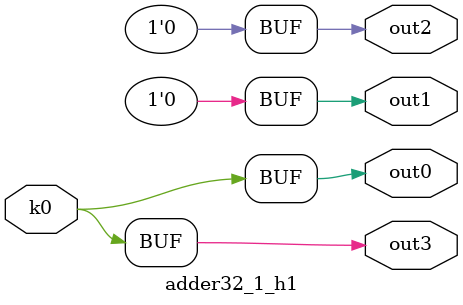
<source format=v>
module adder32_1(pi0, pi1, pi2, pi3, pi4, pi5, pi6, po0, po1, po2, po3);
input pi0, pi1, pi2, pi3, pi4, pi5, pi6;
output po0, po1, po2, po3;
wire k0;
adder32_1_w1 DUT1 (pi0, pi1, pi2, pi3, pi4, pi5, pi6, k0);
adder32_1_h1 DUT2 (k0, po0, po1, po2, po3);
endmodule

module adder32_1_w1(in6, in5, in4, in3, in2, in1, in0, k0);
input in6, in5, in4, in3, in2, in1, in0;
output k0;
assign k0 =   in6 ? (in3 ^ in0) : (~in3 ^ in0);
endmodule

module adder32_1_h1(k0, out3, out2, out1, out0);
input k0;
output out3, out2, out1, out0;
assign out0 = k0;
assign out1 = 0;
assign out2 = 0;
assign out3 = k0;
endmodule

</source>
